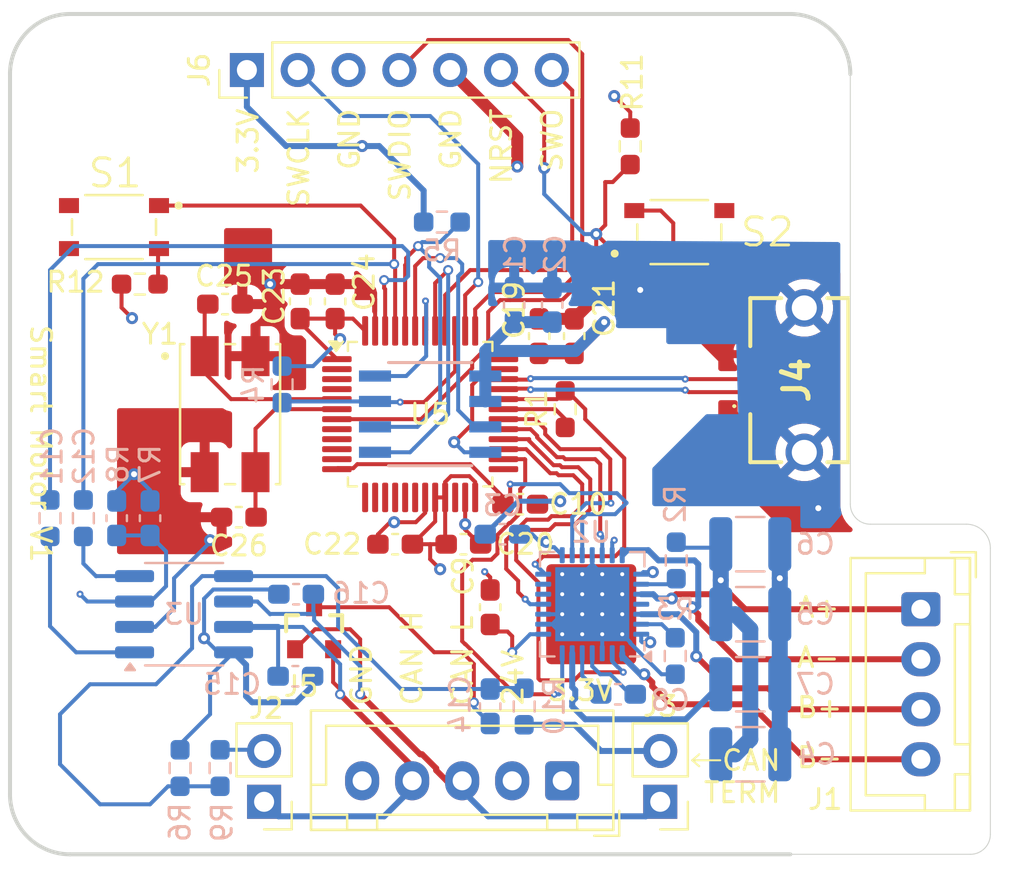
<source format=kicad_pcb>
(kicad_pcb (version 20241229) (generator "pcbnew") (generator_version "9.0")
  (layers (0 "F.Cu" signal) (4 "In1.Cu" power) (6 "In2.Cu" power) (2 "B.Cu" signal) (13 "F.Paste" user) (15 "B.Paste" user) (5 "F.SilkS" user "F.Silkscreen") (7 "B.SilkS" user "B.Silkscreen") (1 "F.Mask" user) (3 "B.Mask" user) (25 "Edge.Cuts" user))
  (net 0 "")
  (net 1 "GND")
  (net 2 "+3.3V")
  (net 3 "+24V")
  (net 4 "Net-(U2-VCP)")
  (net 5 "Net-(U2-CPI)")
  (net 6 "Net-(U2-CPO)")
  (net 7 "Net-(U2-5VOUT)")
  (net 8 "DAC")
  (net 9 "Net-(C14-Pad2)")
  (net 10 "Net-(J2-Pin_2)")
  (net 11 "VRef")
  (net 12 "Net-(J3-Pin_2)")
  (net 13 "CAN_H")
  (net 14 "CAN_L")
  (net 15 "OSC_IN")
  (net 16 "OSC_OUT")
  (net 17 "Net-(U3-D)")
  (net 18 "SWCLK")
  (net 19 "SWDIO")
  (net 20 "SWO")
  (net 21 "NRST")
  (net 22 "USB_D-")
  (net 23 "USB_D+")
  (net 24 "TX")
  (net 25 "RX")
  (net 26 "AS_SCL")
  (net 27 "AS_SDA")
  (net 28 "Net-(U3-R)")
  (net 29 "MCU_CANTX")
  (net 30 "MCU_CANRX")
  (net 31 "Net-(R12-Pad1)")
  (net 38 "AS_OUT")
  (net 39 "AS_DIR")
  (net 40 "AS_PGO")
  (net 41 "DIAG")
  (net 43 "STEP")
  (net 44 "SPREAD")
  (net 45 "DIR")
  (net 48 "ENABLE")
  (net 62 "/OB1")
  (net 63 "/OB2")
  (net 64 "/OA1")
  (net 65 "/OA2")
  (net 66 "/BRA")
  (net 67 "/BRB")
  (footprint "Capacitor_SMD:C_0603_1608Metric_Pad1.08x0.95mm_HandSolder" (layer "F.Cu") (at 130.75 119.5)
    (property "Reference" "C25")
    (property "Value" "33pF")
  )
  (footprint "Capacitor_SMD:C_0603_1608Metric_Pad1.08x0.95mm_HandSolder" (layer "F.Cu") (at 142.6625 131.5)
    (property "Reference" "C20")
    (property "Value" "100nF")
  )
  (footprint "MountingHole:MountingHole_3.2mm_M3" (layer "F.Cu") (at 125.5 141.5)
    (property "Reference" "REF**" (hide yes))
    (property "Value" "MountingHole_3.2mm_M3" (hide yes))
  )
  (footprint "Capacitor_SMD:C_0603_1608Metric_Pad1.08x0.95mm_HandSolder" (layer "F.Cu") (at 131.4375 130.15 180)
    (property "Reference" "C26")
    (property "Value" "33pF")
  )
  (footprint "Capacitor_SMD:C_0603_1608Metric_Pad1.08x0.95mm_HandSolder" (layer "F.Cu") (at 139.25 131.5 180)
    (property "Reference" "C22")
    (property "Value" "100nF" (hide yes))
  )
  (footprint "TL3365AF180QG Push Switch:TL3365AF180QG" (layer "F.Cu") (at 153.4525 115.9)
    (property "Reference" "S2")
    (property "Value" "TL3365AF180QG" (hide yes))
  )
  (footprint "Resistor_SMD:R_0603_1608Metric_Pad0.98x0.95mm_HandSolder" (layer "F.Cu") (at 126.4875 118.5 180)
    (property "Reference" "R12")
    (property "Value" "10K")
  )
  (footprint "Connector_PinHeader_2.54mm:PinHeader_1x02_P2.54mm_Vertical" (layer "F.Cu") (at 132.7 144.375 180)
    (property "Reference" "J2")
    (property "Value" "Conn_01x02_Pin" (hide yes))
  )
  (footprint "TL3365AF180QG Push Switch:TL3365AF180QG" (layer "F.Cu") (at 125.1975 115.65 180)
    (property "Reference" "S1")
    (property "Value" "TL3365AF180QG" (hide yes))
  )
  (footprint "Capacitor_SMD:C_0603_1608Metric_Pad1.08x0.95mm_HandSolder" (layer "F.Cu") (at 146.45 121.1 90)
    (property "Reference" "C19")
    (property "Value" "100nF" (hide yes))
  )
  (footprint "Package_QFP:LQFP-48_7x7mm_P0.5mm" (layer "F.Cu") (at 140.5 125)
    (property "Reference" "U5")
    (property "Value" "STM32G431CBTxZ" (hide yes))
  )
  (footprint "Capacitor_SMD:C_0603_1608Metric_Pad1.08x0.95mm_HandSolder" (layer "F.Cu") (at 145.5 129.5 180)
    (property "Reference" "C10")
    (property "Value" "2.2uF" (hide yes))
  )
  (footprint "Resistor_SMD:R_0603_1608Metric_Pad0.98x0.95mm_HandSolder" (layer "F.Cu") (at 151 111.6125 -90)
    (property "Reference" "R11")
    (property "Value" "10K" (hide yes))
  )
  (footprint "Capacitor_SMD:C_0603_1608Metric_Pad1.08x0.95mm_HandSolder" (layer "F.Cu") (at 134.5 119.3625 90)
    (property "Reference" "C23")
    (property "Value" "100nF")
  )
  (footprint "Capacitor_SMD:C_0603_1608Metric_Pad1.08x0.95mm_HandSolder" (layer "F.Cu") (at 148.2 121.1 90)
    (property "Reference" "C21")
    (property "Value" "100nF" (hide yes))
  )
  (footprint "Capacitor_SMD:C_0603_1608Metric_Pad1.08x0.95mm_HandSolder" (layer "F.Cu") (at 144 134.65 90)
    (property "Reference" "C9")
    (property "Value" "2.2uF" (hide yes))
  )
  (footprint "Connector_JST:JST_XH_B5B-XH-A_1x05_P2.50mm_Vertical" (layer "F.Cu") (at 147.6 143.325 180)
    (property "Reference" "J5")
    (property "Value" "Input Header")
  )
  (footprint "SamacSys_Parts:ZX62WD1B5PC" (layer "F.Cu") (at 159.45 123.3 90)
    (property "Reference" "J4")
    (property "Value" "ZX62WD1-B-5PC" (hide yes))
  )
  (footprint "Connector_PinHeader_2.54mm:PinHeader_1x07_P2.54mm_Vertical" (layer "F.Cu") (at 131.84 107.8 90)
    (property "Reference" "J6")
    (property "Value" "Conn_01x07_Pin" (hide yes))
  )
  (footprint "407F39E008M:XTAL_407F39E008M0000" (layer "F.Cu") (at 131 125)
    (property "Reference" "Y1")
    (property "Value" "407F39E008M0000" (hide yes))
  )
  (footprint "Capacitor_SMD:C_0603_1608Metric_Pad1.08x0.95mm_HandSolder" (layer "F.Cu") (at 136.25 119.3625 90)
    (property "Reference" "C24")
    (property "Value" "100nF")
  )
  (footprint "Connector_JST:JST_XH_B4B-XH-A_1x04_P2.50mm_Vertical" (layer "F.Cu") (at 165.525 134.75 -90)
    (property "Reference" "J1")
    (property "Value" "Motor Output")
  )
  (footprint "Connector_PinHeader_2.54mm:PinHeader_1x02_P2.54mm_Vertical" (layer "F.Cu") (at 152.5 144.375 180)
    (property "Reference" "J3")
    (property "Value" "Conn_01x02_Pin" (hide yes))
  )
  (footprint "PESD1CAN:SOT23-3" (layer "F.Cu") (at 135.2 135.75)
    (property "Reference" "D1" (hide yes))
    (property "Value" "PESD1CAN" (hide yes))
  )
  (footprint "Resistor_SMD:R_0603_1608Metric_Pad0.98x0.95mm_HandSolder" (layer "F.Cu") (at 147.75 124.75 90)
    (property "Reference" "R1")
    (property "Value" "1K" (hide yes))
  )
  (footprint "MountingHole:MountingHole_3.2mm_M3" (layer "F.Cu") (at 156.5 110.5)
    (property "Reference" "REF**" (hide yes))
    (property "Value" "MountingHole_3.2mm_M3" (hide yes))
  )
  (footprint "Resistor_SMD:R_0603_1608Metric_Pad0.98x0.95mm_HandSolder" (layer "B.Cu") (at 153.3 132.3125 -90)
    (property "Reference" "R2")
    (property "Value" "0.11")
  )
  (footprint "Resistor_SMD:R_0603_1608Metric_Pad0.98x0.95mm_HandSolder" (layer "B.Cu") (at 130.5 142.6875 -90)
    (property "Reference" "R9")
    (property "Value" "120")
  )
  (footprint "Package_DFN_QFN:VQFN-28-1EP_5x5mm_P0.5mm_EP3.7x3.7mm_ThermalVias" (layer "B.Cu") (at 149.1 134.5 90)
    (property "Reference" "U2")
    (property "Value" "TMC2209-LA")
  )
  (footprint "Capacitor_SMD:C_1210_3225Metric" (layer "B.Cu") (at 157 138.5 180)
    (property "Reference" "C7")
    (property "Value" "100nF" (hide yes))
  )
  (footprint "Capacitor_SMD:C_1210_3225Metric" (layer "B.Cu") (at 157 131.5)
    (property "Reference" "C6")
    (property "Value" "100nF" (hide yes))
  )
  (footprint "Capacitor_SMD:C_0603_1608Metric_Pad1.08x0.95mm_HandSolder" (layer "B.Cu") (at 134.2625 138.1)
    (property "Reference" "C15")
    (property "Value" "100pF" (hide yes))
  )
  (footprint "Resistor_SMD:R_0603_1608Metric_Pad0.98x0.95mm_HandSolder" (layer "B.Cu") (at 153.25 137.0875 -90)
    (property "Reference" "R3")
    (property "Value" "0.11")
  )
  (footprint "Capacitor_SMD:C_1210_3225Metric" (layer "B.Cu") (at 157 135)
    (property "Reference" "C5")
    (property "Value" "100nF" (hide yes))
  )
  (footprint "Resistor_SMD:R_0603_1608Metric_Pad0.98x0.95mm_HandSolder" (layer "B.Cu") (at 128.5 142.6875 -90)
    (property "Reference" "R6")
    (property "Value" "10K")
  )
  (footprint "AS5600L:AS5600L-ASOM_AMS-M" (layer "B.Cu") (at 141 125 180)
    (property "Reference" "U1" (hide yes))
    (property "Value" "AS5600L-ASOM" (hide yes))
  )
  (footprint "Capacitor_SMD:C_0603_1608Metric_Pad1.08x0.95mm_HandSolder" (layer "B.Cu") (at 125.333333 130.2 -90)
    (property "Reference" "C12")
    (property "Value" "100nF")
  )
  (footprint "Capacitor_SMD:C_0603_1608Metric_Pad1.08x0.95mm_HandSolder" (layer "B.Cu") (at 134.3 134)
    (property "Reference" "C16")
    (property "Value" "100pF" (hide yes))
  )
  (footprint "Capacitor_SMD:C_0603_1608Metric_Pad1.08x0.95mm_HandSolder" (layer "B.Cu") (at 147.1 119.5375 -90)
    (property "Reference" "C2")
    (property "Value" "10uF")
  )
  (footprint "Package_SO:SOIC-8_3.9x4.9mm_P1.27mm" (layer "B.Cu") (at 128.7 135)
    (property "Reference" "U3")
    (property "Value" "SN65HVD230" (hide yes))
  )
  (footprint "Capacitor_SMD:C_0603_1608Metric_Pad1.08x0.95mm_HandSolder" (layer "B.Cu") (at 145.2 119.5375 -90)
    (property "Reference" "C1")
    (property "Value" "100nF")
  )
  (footprint "Capacitor_SMD:C_0603_1608Metric_Pad1.08x0.95mm_HandSolder" (layer "B.Cu") (at 127 130.2 -90)
    (property "Reference" "C11")
    (property "Value" "100nF" (hide yes))
  )
  (footprint "Resistor_SMD:R_0603_1608Metric_Pad0.98x0.95mm_HandSolder" (layer "B.Cu") (at 122 130.2 -90)
    (property "Reference" "R7")
    (property "Value" "60")
  )
  (footprint "Capacitor_SMD:C_0603_1608Metric_Pad1.08x0.95mm_HandSolder" (layer "B.Cu") (at 150.3875 139 180)
    (property "Reference" "C8")
    (property "Value" "22nF" (hide yes))
  )
  (footprint "Capacitor_SMD:C_0603_1608Metric_Pad1.08x0.95mm_HandSolder" (layer "B.Cu") (at 144 139.6 -90)
    (property "Reference" "C14")
    (property "Value" "4.7nF")
  )
  (footprint "Resistor_SMD:R_0603_1608Metric_Pad0.98x0.95mm_HandSolder" (layer "B.Cu") (at 133.6 123.5125 -90)
    (property "Reference" "R4")
    (property "Value" "4.7K")
  )
  (footprint "Capacitor_SMD:C_0603_1608Metric_Pad1.08x0.95mm_HandSolder" (layer "B.Cu") (at 144.6125 131 180)
    (property "Reference" "C3")
    (property "Value" "100nF")
  )
  (footprint "Capacitor_SMD:C_1210_3225Metric" (layer "B.Cu") (at 157 142 180)
    (property "Reference" "C4")
    (property "Value" "100uF" (hide yes))
  )
  (footprint "Resistor_SMD:R_0603_1608Metric_Pad0.98x0.95mm_HandSolder" (layer "B.Cu") (at 141.5875 115.4)
    (property "Reference" "R5")
    (property "Value" "4.7K")
  )
  (footprint "Resistor_SMD:R_0603_1608Metric_Pad0.98x0.95mm_HandSolder" (layer "B.Cu") (at 145.7 139.6125 90)
    (property "Reference" "R10")
    (property "Value" "120")
  )
  (footprint "Resistor_SMD:R_0603_1608Metric_Pad0.98x0.95mm_HandSolder" (layer "B.Cu") (at 123.666667 130.2 -90)
    (property "Reference" "R8")
    (property "Value" "60")
  )
  (gr_line (start 154.1 142.3) (end 154.45 142.6) (stroke (width 0.1)) (layer "F.SilkS"))
  (gr_line (start 154.1 142.3) (end 154.45 142) (stroke (width 0.1)) (layer "F.SilkS"))
  (gr_line (start 155.5 142.3) (end 154.1 142.3) (stroke (width 0.1)) (layer "F.SilkS"))
  (gr_arc (start 120 108) (mid 120.87868 105.87868) (end 123 105) (stroke (width 0.2)) (layer "Edge.Cuts"))
  (gr_arc (start 159 105) (mid 161.12132 105.87868) (end 162 108) (stroke (width 0.2)) (layer "Edge.Cuts"))
  (gr_line (start 159 147) (end 123 147) (stroke (width 0.2)) (layer "Edge.Cuts"))
  (gr_line (start 168 147) (end 159 147) (stroke (width 0.05)) (layer "Edge.Cuts"))
  (gr_line (start 162 108) (end 162 129.5) (stroke (width 0.05)) (layer "Edge.Cuts"))
  (gr_line (start 163 130.5) (end 167.8 130.5) (stroke (width 0.05)) (layer "Edge.Cuts"))
  (gr_arc (start 169 146) (mid 168.707107 146.707107) (end 168 147) (stroke (width 0.05)) (layer "Edge.Cuts"))
  (gr_line (start 120 144) (end 120 108) (stroke (width 0.2)) (layer "Edge.Cuts"))
  (gr_line (start 123 105) (end 159 105) (stroke (width 0.2)) (layer "Edge.Cuts"))
  (gr_arc (start 163 130.5) (mid 162.292893 130.207107) (end 162 129.5) (stroke (width 0.05)) (layer "Edge.Cuts"))
  (gr_arc (start 123 147) (mid 120.87868 146.12132) (end 120 144) (stroke (width 0.2)) (layer "Edge.Cuts"))
  (gr_arc (start 167.8 130.5) (mid 168.648528 130.851472) (end 169 131.7) (stroke (width 0.05)) (layer "Edge.Cuts"))
  (gr_line (start 169 131.7) (end 169 146) (stroke (width 0.05)) (layer "Edge.Cuts"))
  (gr_text "3.3V" (at 132.483333 113.069048 90) (layer "F.SilkS") (effects (font (size 1 1)) (justify left bottom)))
  (gr_text "GND" (at 137.55 112.878572 90) (layer "F.SilkS") (effects (font (size 1 1)) (justify left bottom)))
  (gr_text "NRST" (at 145.15 113.592858 90) (layer "F.SilkS") (effects (font (size 1 1)) (justify left bottom)))
  (gr_text "CAN L" (at 143.2 139.6465 90) (layer "F.SilkS") (effects (font (size 1 1)) (justify left bottom)))
  (gr_text "B-" (at 159.25 142.75 0) (layer "F.SilkS") (effects (font (size 1 1)) (justify left bottom)))
  (gr_text "SWDIO" (at 140.083333 114.45 90) (layer "F.SilkS") (effects (font (size 1 1)) (justify left bottom)))
  (gr_text "GND" (at 142.616666 112.878572 90) (layer "F.SilkS") (effects (font (size 1 1)) (justify left bottom)))
  (gr_text "24V" (at 145.725 139.6465 90) (layer "F.SilkS") (effects (font (size 1 1)) (justify left bottom)))
  (gr_text "B+" (at 159.25 140.25 0) (layer "F.SilkS") (effects (font (size 1 1)) (justify left bottom)))
  (gr_text "CAN H" (at 140.675 139.6465 90) (layer "F.SilkS") (effects (font (size 1 1)) (justify left bottom)))
  (gr_text "Smart Motor V1" (at 120.95 120.45 270) (layer "F.SilkS") (effects (font (size 1 1)) (justify left bottom)))
  (gr_text "A+" (at 159.25 135.25 0) (layer "F.SilkS") (effects (font (size 1 1)) (justify left bottom)))
  (gr_text "CAN\nTERM" (at 158.6 144.5 0) (layer "F.SilkS") (effects (font (size 1 1)) (justify right bottom)))
  (gr_text "3.3V" (at 146.8 139.4 0) (layer "F.SilkS") (effects (font (size 1 1)) (justify left bottom)))
  (gr_text "GND" (at 138.15 139.6465 90) (layer "F.SilkS") (effects (font (size 1 1)) (justify left bottom)))
  (gr_text "SWCLK" (at 135.016666 114.735715 90) (layer "F.SilkS") (effects (font (size 1 1)) (justify left bottom)))
  (gr_text "A-" (at 159.25 137.75 0) (layer "F.SilkS") (effects (font (size 1 1)) (justify left bottom)))
  (gr_text "SWO" (at 147.683333 112.97381 90) (layer "F.SilkS") (effects (font (size 1 1)) (justify left bottom)))
  (segment (start 146.5125 129.35) (end 146.3625 129.5) (width 0.25) (layer "F.Cu") (net 1))
  (segment (start 153.15 115.45) (end 153.15 118.35) (width 0.2) (layer "F.Cu") (net 1))
  (segment (start 138.3875 131.0125) (end 138.3875 131.5) (width 0.2) (layer "F.Cu") (net 1))
  (segment (start 125.575 118.5) (end 125.575 119.675) (width 0.2) (layer "F.Cu") (net 1))
  (segment (start 143.1 123.541176) (end 143.1 125.5) (width 0.2) (layer "F.Cu") (net 1))
  (segment (start 147.5 129.35) (end 146.5125 129.35) (width 0.25) (layer "F.Cu") (net 1))
  (segment (start 125.575 119.675) (end 126.1 120.2) (width 0.2) (layer "F.Cu") (net 1))
  (segment (start 144 133.15) (end 144 133.7875) (width 0.2) (layer "F.Cu") (net 1))
  (segment (start 142.75 130.775) (end 143.475 131.5) (width 0.2) (layer "F.Cu") (net 1))
  (segment (start 152.708129 118.791871) (end 151.5 118.791871) (width 0.2) (layer "F.Cu") (net 1))
  (segment (start 138.25 119.25) (end 137.5 118.5) (width 0.2) (layer "F.Cu") (net 1))
  (segment (start 144.6625 122.75) (end 143.891176 122.75) (width 0.2) (layer "F.Cu") (net 1))
  (segment (start 139.2 130.4) (end 140.283824 130.4) (width 0.2) (layer "F.Cu") (net 1))
  (segment (start 151.2025 114.825) (end 152.525 114.825) (width 0.2) (layer "F.Cu") (net 1))
  (segment (start 143.891176 122.75) (end 143.1 123.541176) (width 0.2) (layer "F.Cu") (net 1))
  (segment (start 152.525 114.825) (end 153.15 115.45) (width 0.2) (layer "F.Cu") (net 1))
  (segment (start 142.75 130.5) (end 142.75 129.1625) (width 0.2) (layer "F.Cu") (net 1))
  (segment (start 145.3525 111.1525) (end 142 107.8) (width 0.6) (layer "F.Cu") (net 1))
  (segment (start 146.45 120.2375) (end 148.2 120.2375) (width 0.6) (layer "F.Cu") (net 1))
  (segment (start 140.283824 130.4) (end 140.75 129.933824) (width 0.2) (layer "F.Cu") (net 1))
  (segment (start 145.3525 112.625) (end 145.3525 111.1525) (width 0.6) (layer "F.Cu") (net 1))
  (segment (start 148.2 120.2375) (end 149.645629 118.791871) (width 0.6) (layer "F.Cu") (net 1))
  (segment (start 153.15 118.35) (end 152.708129 118.791871) (width 0.2) (layer "F.Cu") (net 1))
  (segment (start 143.725 132.875) (end 144 133.15) (width 0.2) (layer "F.Cu") (net 1))
  (segment (start 138.25 120.8375) (end 138.25 119.25) (width 0.2) (layer "F.Cu") (net 1))
  (segment (start 140.75 129.933824) (end 140.75 129.1625) (width 0.2) (layer "F.Cu") (net 1))
  (segment (start 139 130.4) (end 138.3875 131.0125) (width 0.2) (layer "F.Cu") (net 1))
  (segment (start 142.75 130.5) (end 142.75 130.775) (width 0.2) (layer "F.Cu") (net 1))
  (segment (start 143.1 125.5) (end 142.2 126.4) (width 0.2) (layer "F.Cu") (net 1))
  (segment (start 149.645629 118.791871) (end 151.5 118.791871) (width 0.6) (layer "F.Cu") (net 1))
  (segment (start 144.2 134.1375) (end 144.2 133.5) (width 0.2) (layer "F.Cu") (net 1))
  (segment (start 137.5 118.5) (end 136.25 118.5) (width 0.2) (layer "F.Cu") (net 1))
  (segment (start 139.2 130.4) (end 139 130.4) (width 0.2) (layer "F.Cu") (net 1))
  (via (at 142.2 126.4) (size 0.6) (drill 0.3) (layers "F.Cu" "B.Cu") (net 1))
  (via (at 133 118.5) (size 0.6) (drill 0.3) (layers "F.Cu" "B.Cu") (net 1))
  (via (at 151.5 118.791871) (size 0.5) (drill 0.3) (layers "F.Cu" "B.Cu") (net 1))
  (via (at 139.2 130.4) (size 0.6) (drill 0.3) (layers "F.Cu" "B.Cu") (net 1))
  (via (at 130 131.3) (size 0.6) (drill 0.3) (layers "F.Cu" "B.Cu") (net 1))
  (via (at 126.1 120.2) (size 0.6) (drill 0.3) (layers "F.Cu" "B.Cu") (net 1))
  (via (at 143.725 132.875) (size 0.35) (drill 0.15) (layers "F.Cu" "B.Cu") (net 1))
  (via (at 147.5 129.35) (size 0.6) (drill 0.3) (layers "F.Cu" "B.Cu") (net 1))
  (via (at 129.7 136.2) (size 0.6) (drill 0.3) (layers "F.Cu" "B.Cu") (net 1))
  (via (at 145.3525 112.625) (size 0.6) (drill 0.3) (layers "F.Cu" "B.Cu") (net 1))
  (via (at 155.525 133.3) (size 0.6) (drill 0.3) (layers "F.Cu" "B.Cu") (net 1))
  (via (at 126.2 128) (size 0.6) (drill 0.3) (layers "F.Cu" "B.Cu") (net 1))
  (via (at 142.75 130.5) (size 0.6) (drill 0.3) (layers "F.Cu" "B.Cu") (net 1))
  (via (at 160.4 129.7) (size 0.6) (drill 0.3) (layers "F.Cu" "B.Cu") (net 1))
  (segment (start 128.5 141.775) (end 128.5 141.5) (width 0.2) (layer "B.Cu") (net 1))
  (segment (start 133.2015 133.764) (end 130.159032 133.764) (width 0.2) (layer "B.Cu") (net 1))
  (segment (start 130 140) (end 130 138.08) (width 0.2) (layer "B.Cu") (net 1))
  (segment (start 130 131.4) (end 128.2 133.2) (width 0.2) (layer "B.Cu") (net 1))
  (segment (start 147.1 135.5) (end 147.6 136) (width 0.2) (layer "B.Cu") (net 1))
  (segment (start 155.35 131.675) (end 155.525 131.5) (width 0.2) (layer "B.Cu") (net 1))
  (segment (start 128.5 141.5) (end 130 140) (width 0.2) (layer "B.Cu") (net 1))
  (segment (start 157 135.75) (end 157 141.25) (width 0.8) (layer "B.Cu") (net 1))
  (segment (start 145.4 129.35) (end 143.75 131) (width 0.25) (layer "B.Cu") (net 1))
  (segment (start 128.2 134.7) (end 127.265 135.635) (width 0.2) (layer "B.Cu") (net 1))
  (segment (start 153.25 138) (end 152.562189 138) (width 0.2) (layer "B.Cu") (net 1))
  (segment (start 129.7 134.223032) (end 129.7 136.2) (width 0.2) (layer "B.Cu") (net 1))
  (segment (start 127 128.8) (end 126.2 128) (width 0.2) (layer "B.Cu") (net 1))
  (segment (start 151 136.4) (end 150.6 136) (width 0.2) (layer "B.Cu") (net 1))
  (segment (start 156.25 142) (end 155.525 142) (width 0.8) (layer "B.Cu") (net 1))
  (segment (start 143.7573 126.905) (end 142.705 126.905) (width 0.2) (layer "B.Cu") (net 1))
  (segment (start 155.525 133.3) (end 155.525 135) (width 0.8) (layer "B.Cu") (net 1))
  (segment (start 146.65 135) (end 147.6 135) (width 0.2) (layer "B.Cu") (net 1))
  (segment (start 157 141.25) (end 156.25 142) (width 0.8) (layer "B.Cu") (net 1))
  (segment (start 153.25 131.675) (end 155.35 131.675) (width 0.2) (layer "B.Cu") (net 1))
  (segment (start 132.1 139.4) (end 131.8 139.1) (width 0.3) (layer "B.Cu") (net 1))
  (segment (start 135.125 138.575) (end 134.3 139.4) (width 0.3) (layer "B.Cu") (net 1))
  (segment (start 147.5 129.35) (end 145.4 129.35) (width 0.25) (layer "B.Cu") (net 1))
  (segment (start 130.405 136.905) (end 131.175 136.905) (width 0.2) (layer "B.Cu") (net 1))
  (segment (start 155.525 131.5) (end 155.525 133.3) (width 0.8) (layer "B.Cu") (net 1))
  (segment (start 152.562189 138) (end 151 136.437811) (width 0.2) (layer "B.Cu") (net 1))
  (segment (start 130 138.08) (end 131.175 136.905) (width 0.2) (layer "B.Cu") (net 1))
  (segment (start 131.8 139.1) (end 131.8 137.53) (width 0.3) (layer "B.Cu") (net 1))
  (segment (start 149.1 132.5) (end 149.1 132.05) (width 0.2) (layer "B.Cu") (net 1))
  (segment (start 125.333333 129.3375) (end 125.333333 128.866667) (width 0.2) (layer "B.Cu") (net 1))
  (segment (start 149.6 136.95) (end 149.6 136) (width 0.2) (layer "B.Cu") (net 1))
  (segment (start 146.65 135.5) (end 147.1 135.5) (width 0.2) (layer "B.Cu") (net 1))
  (segment (start 142.705 126.905) (end 142.2 126.4) (width 0.2) (layer "B.Cu") (net 1))
  (segment (start 125.333333 128.866667) (end 126.2 128) (width 0.2) (layer "B.Cu") (net 1))
  (segment (start 131.8 137.53) (end 131.175 136.905) (width 0.3) (layer "B.Cu") (net 1))
  (segment (start 129.7 136.2) (end 130.405 136.905) (width 0.2) (layer "B.Cu") (net 1))
  (segment (start 130.159032 133.764) (end 129.7 134.223032) (width 0.2) (layer "B.Cu") (net 1))
  (segment (start 148.6 133) (end 149.1 132.5) (width 0.2) (layer "B.Cu") (net 1))
  (segment (start 135.125 138.1) (end 135.125 138.575) (width 0.3) (layer "B.Cu") (net 1))
  (segment (start 130 131.3) (end 130 131.4) (width 0.2) (layer "B.Cu") (net 1))
  (segment (start 127 129.3375) (end 127 128.8) (width 0.2) (layer "B.Cu") (net 1))
  (segment (start 134.3 139.4) (end 132.1 139.4) (width 0.3) (layer "B.Cu") (net 1))
  (segment (start 127.265 135.635) (end 126.225 135.635) (width 0.2) (layer "B.Cu") (net 1))
  (segment (start 151 136.437811) (end 151 136.4) (width 0.2) (layer "B.Cu") (net 1))
  (segment (start 149.1 132.5) (end 149.6 133) (width 0.2) (layer "B.Cu") (net 1))
  (segment (start 156.25 135) (end 157 135.75) (width 0.8) (layer "B.Cu") (net 1))
  (segment (start 128.2 133.2) (end 128.2 134.7) (width 0.2) (layer "B.Cu") (net 1))
  (segment (start 155.525 135) (end 156.25 135) (width 0.8) (layer "B.Cu") (net 1))
  (segment (start 147.1 135.5) (end 147.6 135) (width 0.2) (layer "B.Cu") (net 1))
  (segment (start 133.4375 134) (end 133.2015 133.764) (width 0.2) (layer "B.Cu") (net 1))
  (segment (start 146.45 121.9625) (end 144.95 121.9625) (width 0.2) (layer "F.Cu") (net 2))
  (segment (start 142.041176 128.1) (end 141.75 128.391176) (width 0.2) (layer "F.Cu") (net 2))
  (segment (start 142.958824 128.1) (end 142.041176 128.1) (width 0.2) (layer "F.Cu") (net 2))
  (segment (start 144.95 121.9625) (end 144.6625 122.25) (width 0.2) (layer "F.Cu") (net 2))
  (segment (start 140.6125 131.5) (end 141.5 131.5) (width 0.2) (layer "F.Cu") (net 2))
  (segment (start 136.25 120.225) (end 136.25 121) (width 0.2) (layer "F.Cu") (net 2))
  (segment (start 148.2 121.9) (end 149.7 120.4) (width 0.6) (layer "F.Cu") (net 2))
  (segment (start 146.45 121.9625) (end 148.2 121.9625) (width 0.6) (layer "F.Cu") (net 2))
  (segment (start 140.1125 131.5) (end 140.25 131.5) (width 0.2) (layer "F.Cu") (net 2))
  (segment (start 136.25 120.225) (end 137.1375 120.225) (width 0.2) (layer "F.Cu") (net 2))
  (segment (start 143.25 129.1625) (end 143.25 128.391176) (width 0.2) (layer "F.Cu") (net 2))
  (segment (start 134.5 120.225) (end 134.5 120.4125) (width 0.2) (layer "F.Cu") (net 2))
  (segment (start 141 131.5) (end 141 132.25) (width 0.2) (layer "F.Cu") (net 2))
  (segment (start 134.5 120.4125) (end 136.3375 122.25) (width 0.2) (layer "F.Cu") (net 2))
  (segment (start 141.75 129.1625) (end 141.25 129.1625) (width 0.2) (layer "F.Cu") (net 2))
  (segment (start 134.5 120.225) (end 136.25 120.225) (width 0.2) (layer "F.Cu") (net 2))
  (segment (start 151 109.9) (end 150.2 109.1) (width 0.2) (layer "F.Cu") (net 2))
  (segment (start 143.25 128.391176) (end 142.958824 128.1) (width 0.2) (layer "F.Cu") (net 2))
  (segment (start 141.75 131.5) (end 141.75 129.1625) (width 0.2) (layer "F.Cu") (net 2))
  (segment (start 137.1375 120.225) (end 137.75 120.8375) (width 0.2) (layer "F.Cu") (net 2))
  (segment (start 151 110.7) (end 151 109.9) (width 0.2) (layer "F.Cu") (net 2))
  (segment (start 141.25 130.3625) (end 141.25 129.1625) (width 0.2) (layer "F.Cu") (net 2))
  (segment (start 136.25 121) (end 136.5 121.25) (width 0.2) (layer "F.Cu") (net 2))
  (segment (start 141.75 128.391176) (end 141.75 129.1625) (width 0.2) (layer "F.Cu") (net 2))
  (segment (start 148.2 121.9625) (end 148.2 121.9) (width 0.6) (layer "F.Cu") (net 2))
  (segment (start 141 132.25) (end 141.5 132.75) (width 0.2) (layer "F.Cu") (net 2))
  (segment (start 140.1125 131.5) (end 141.25 130.3625) (width 0.2) (layer "F.Cu") (net 2))
  (via (at 146.8 131.38355) (size 0.6) (drill 0.3) (layers "F.Cu" "B.Cu") (net 2))
  (via (at 150.2 131.3) (size 0.35) (drill 0.15) (layers "F.Cu" "B.Cu") (net 2))
  (via (at 123.5 134) (size 0.35) (drill 0.15) (layers "F.Cu" "B.Cu") (net 2))
  (via (at 149.7 120.4) (size 0.6) (drill 0.3) (layers "F.Cu" "B.Cu") (net 2))
  (via (at 136.5 121.25) (size 0.6) (drill 0.3) (layers "F.Cu" "B.Cu") (net 2))
  (via (at 150.2 109.1) (size 0.6) (drill 0.3) (layers "F.Cu" "B.Cu") (net 2))
  (via (at 141.5 132.75) (size 0.6) (drill 0.3) (layers "F.Cu" "B.Cu") (net 2))
  (via (at 137.6 111.6) (size 0.6) (drill 0.3) (layers "F.Cu" "B.Cu") (net 2))
  (segment (start 146.6 131.5) (end 146.1 131) (width 0.2) (layer "B.Cu") (net 2))
  (segment (start 146.8 131.38355) (end 147.06645 131.65) (width 0.2) (layer "B.Cu") (net 2))
  (segment (start 127 131.0625) (end 125.333333 131.0625) (width 0.2) (layer "B.Cu") (net 2))
  (segment (start 147.2 131.65) (end 147.6 132.05) (width 0.2) (layer "B.Cu") (net 2))
  (segment (start 146.8 131.38355) (end 146.68355 131.5) (width 0.2) (layer "B.Cu") (net 2))
  (segment (start 143.7573 121.8427) (end 148.2573 121.8427) (width 0.6) (layer "B.Cu") (net 2))
  (segment (start 127.8 131.8625) (end 127 131.0625) (width 0.2) (layer "B.Cu") (net 2))
  (segment (start 127.035 134.365) (end 127.8 133.6) (width 0.2) (layer "B.Cu") (net 2))
  (segment (start 131.84 109.64) (end 131.84 107.8) (width 0.3) (layer "B.Cu") (net 2))
  (segment (start 126.225 134.365) (end 127.035 134.365) (width 0.2) (layer "B.Cu") (net 2))
  (segment (start 147.1 120.4) (end 145.2 120.4) (width 0.6) (layer "B.Cu") (net 2))
  (segment (start 143.7573 121.8427) (end 143.7573 123.095) (width 0.6) (layer "B.Cu") (net 2))
  (segment (start 133.8 111.6) (end 131.84 109.64) (width 0.3) (layer "B.Cu") (net 2))
  (segment (start 138.45 111.6) (end 137.6 111.6) (width 0.3) (layer "B.Cu") (net 2))
  (segment (start 136.5 121.25) (end 135.15 122.6) (width 0.2) (layer "B.Cu") (net 2))
  (segment (start 126.225 134.365) (end 123.865 134.365) (width 0.2) (layer "B.Cu") (net 2))
  (segment (start 148.2573 121.8427) (end 149.7 120.4) (width 0.6) (layer "B.Cu") (net 2))
  (segment (start 147.06645 131.65) (end 147.2 131.65) (width 0.2) (layer "B.Cu") (net 2))
  (segment (start 146.1 131) (end 145.475 131) (width 0.2) (layer "B.Cu") (net 2))
  (segment (start 137.6 111.6) (end 133.8 111.6) (width 0.3) (layer "B.Cu") (net 2))
  (segment (start 146.68355 131.5) (end 146.6 131.5) (width 0.2) (layer "B.Cu") (net 2))
  (segment (start 140.675 115.4) (end 140.675 113.825) (width 0.3) (layer "B.Cu") (net 2))
  (segment (start 143.7573 123.095) (end 143.7573 124.365) (width 0.6) (layer "B.Cu") (net 2))
  (segment (start 145.2 120.4) (end 143.7573 121.8427) (width 0.6) (layer "B.Cu") (net 2))
  (segment (start 140.675 113.825) (end 138.45 111.6) (width 0.3) (layer "B.Cu") (net 2))
  (segment (start 127.8 133.6) (end 127.8 131.8625) (width 0.2) (layer "B.Cu") (net 2))
  (segment (start 150.1 131.4) (end 150.2 131.3) (width 0.2) (layer "B.Cu") (net 2))
  (segment (start 150.1 132.05) (end 150.1 131.4) (width 0.2) (layer "B.Cu") (net 2))
  (segment (start 123.865 134.365) (end 123.5 134) (width 0.2) (layer "B.Cu") (net 2))
  (segment (start 135.15 122.6) (end 133.6 122.6) (width 0.2) (layer "B.Cu") (net 2))
  (via (at 158.475 133.2) (size 0.6) (drill 0.3) (layers "F.Cu" "B.Cu") (net 3))
  (via (at 152 136.4) (size 0.6) (drill 0.3) (layers "F.Cu" "B.Cu") (net 3))
  (via (at 152.128738 132.89476) (size 0.6) (drill 0.3) (layers "F.Cu" "B.Cu") (net 3))
  (segment (start 151.6 136.4) (end 151.55 136.35) (width 0.2) (layer "B.Cu") (net 3))
  (segment (start 152 136.4) (end 151.6 136.4) (width 0.2) (layer "B.Cu") (net 3))
  (segment (start 151.55 136.35) (end 151.55 136) (width 0.2) (layer "B.Cu") (net 3))
  (segment (start 158.475 133.2) (end 158.475 131.5) (width 0.8) (layer "B.Cu") (net 3))
  (segment (start 158.475 142) (end 158.475 138.5) (width 0.8) (layer "B.Cu") (net 3))
  (segment (start 151.65524 132.89476) (end 151.55 133) (width 0.2) (layer "B.Cu") (net 3))
  (segment (start 152.128738 132.89476) (end 151.65524 132.89476) (width 0.2) (layer "B.Cu") (net 3))
  (segment (start 158.475 138.5) (end 158.475 135) (width 0.8) (layer "B.Cu") (net 3))
  (segment (start 158.475 135) (end 158.475 133.2) (width 0.8) (layer "B.Cu") (net 3))
  (segment (start 155.5 137.8) (end 155.95 138.25) (width 0.2) (layer "B.Cu") (net 4))
  (segment (start 148.75 140.25) (end 153.775 140.25) (width 0.3) (layer "B.Cu") (net 4))
  (segment (start 148.251 139.207521) (end 148.1 139.358521) (width 0.3) (layer "B.Cu") (net 4))
  (segment (start 148.1 139.358521) (end 148.1 139.6) (width 0.3) (layer "B.Cu") (net 4))
  (segment (start 148.1 136.95) (end 148.1 138.641479) (width 0.3) (layer "B.Cu") (net 4))
  (segment (start 148.251 138.792479) (end 148.251 139.207521) (width 0.3) (layer "B.Cu") (net 4))
  (segment (start 153.775 140.25) (end 155.525 138.5) (width 0.3) (layer "B.Cu") (net 4))
  (segment (start 148.1 139.6) (end 148.75 140.25) (width 0.3) (layer "B.Cu") (net 4))
  (segment (start 148.1 138.641479) (end 148.251 138.792479) (width 0.3) (layer "B.Cu") (net 4))
  (segment (start 148.6 136.95) (end 148.6 138.075) (width 0.2) (layer "B.Cu") (net 5))
  (segment (start 148.6 138.075) (end 149.525 139) (width 0.2) (layer "B.Cu") (net 5))
  (segment (start 151 139) (end 151.25 139) (width 0.2) (layer "B.Cu") (net 6))
  (segment (start 149.1 137.6) (end 149.5 138) (width 0.2) (layer "B.Cu") (net 6))
  (segment (start 150 138) (end 151 139) (width 0.2) (layer "B.Cu") (net 6))
  (segment (start 149.5 138) (end 150 138) (width 0.2) (layer "B.Cu") (net 6))
  (segment (start 149.1 136.95) (end 149.1 137.6) (width 0.2) (layer "B.Cu") (net 6))
  (segment (start 145.1 136.9) (end 145.1 136.1) (width 0.2) (layer "F.Cu") (net 7))
  (segment (start 145.15 136.9) (end 145.1 136.9) (width 0.3) (layer "F.Cu") (net 7))
  (segment (start 144.8625 135.8625) (end 144.2 135.8625) (width 0.2) (layer "F.Cu") (net 7))
  (segment (start 145.1 136.1) (end 144.8625 135.8625) (width 0.2) (layer "F.Cu") (net 7))
  (via (at 145.1 136.9) (size 0.5) (drill 0.3) (layers "F.Cu" "B.Cu") (net 7))
  (segment (start 145.1 136.9) (end 146 136) (width 0.2) (layer "B.Cu") (net 7))
  (segment (start 146 136) (end 146.65 136) (width 0.2) (layer "B.Cu") (net 7))
  (segment (start 137.157824 127.701) (end 136.3865 127.701) (width 0.2) (layer "F.Cu") (net 8))
  (segment (start 144.6375 129.1375) (end 143 127.5) (width 0.2) (layer "F.Cu") (net 8))
  (segment (start 145 129.1375) (end 144.6375 129.5) (width 0.2) (layer "F.Cu") (net 8))
  (segment (start 145 128.5) (end 145 129.1375) (width 0.2) (layer "F.Cu") (net 8))
  (segment (start 137.358824 127.5) (end 137.157824 127.701) (width 0.2) (layer "F.Cu") (net 8))
  (segment (start 144.6375 129.5) (end 144.6375 129.1375) (width 0.2) (layer "F.Cu") (net 8))
  (segment (start 136.3865 127.701) (end 136.3375 127.75) (width 0.2) (layer "F.Cu") (net 8))
  (segment (start 143 127.5) (end 137.358824 127.5) (width 0.2) (layer "F.Cu") (net 8))
  (via (at 145 128.5) (size 0.35) (drill 0.15) (layers "F.Cu" "B.Cu") (net 8))
  (segment (start 148.53355 130.28355) (end 148.6 130.35) (width 0.2) (layer "B.Cu") (net 8))
  (segment (start 145 128.5) (end 147.5 128.5) (width 0.2) (layer "B.Cu") (net 8))
  (segment (start 150.332228 128.949456) (end 150.816386 129.433614) (width 0.2) (layer "B.Cu") (net 8))
  (segment (start 150.816386 129.433614) (end 150.25 130) (width 0.2) (layer "B.Cu") (net 8))
  (segment (start 150.25 130) (end 148.8171 130) (width 0.2) (layer "B.Cu") (net 8))
  (segment (start 148.8171 130) (end 148.53355 130.28355) (width 0.2) (layer "B.Cu") (net 8))
  (segment (start 147.5 128.5) (end 147.949456 128.949456) (width 0.2) (layer "B.Cu") (net 8))
  (segment (start 148.6 130.35) (end 148.6 132.05) (width 0.2) (layer "B.Cu") (net 8))
  (segment (start 147.949456 128.949456) (end 150.332228 128.949456) (width 0.2) (layer "B.Cu") (net 8))
  (segment (start 143.183619 137.483619) (end 142.6 136.9) (width 0.2) (layer "F.Cu") (net 9))
  (segment (start 138.95 134.65) (end 135.2 134.65) (width 0.2) (layer "F.Cu") (net 9))
  (segment (start 142.6 136.9) (end 141.2 136.9) (width 0.2) (layer "F.Cu") (net 9))
  (segment (start 143.183619 139.408613) (end 143.183619 137.483619) (width 0.2) (layer "F.Cu") (net 9))
  (segment (start 141.2 136.9) (end 138.95 134.65) (width 0.2) (layer "F.Cu") (net 9))
  (via (at 143.183619 139.408613) (size 0.5) (drill 0.3) (layers "F.Cu" "B.Cu") (net 9))
  (segment (start 143.183619 139.646119) (end 144 140.4625) (width 0.2) (layer "B.Cu") (net 9))
  (segment (start 143.183619 139.408613) (end 143.183619 139.646119) (width 0.2) (layer "B.Cu") (net 9))
  (segment (start 132.64 141.775) (end 132.7 141.835) (width 0.2) (layer "B.Cu") (net 10))
  (segment (start 130.5 141.775) (end 132.64 141.775) (width 0.2) (layer "B.Cu") (net 10))
  (segment (start 129.1 136.7) (end 129.1 133.6) (width 0.2) (layer "B.Cu") (net 11))
  (segment (start 139.5375 138.7375) (end 144 138.7375) (width 0.2) (layer "B.Cu") (net 11))
  (segment (start 124 138.5) (end 127.3 138.5) (width 0.2) (layer "B.Cu") (net 11))
  (segment (start 136.4 133.695) (end 135.8 133.095) (width 0.2) (layer "B.Cu") (net 11))
  (segment (start 145.6625 138.7375) (end 145.7 138.7) (width 0.3) (layer "B.Cu") (net 11))
  (segment (start 144 138.7375) (end 145.6625 138.7375) (width 0.3) (layer "B.Cu") (net 11))
  (segment (start 128.5 143.6) (end 127.9 143.6) (width 0.2) (layer "B.Cu") (net 11))
  (segment (start 136.4 135.6) (end 139.5375 138.7375) (width 0.2) (layer "B.Cu") (net 11))
  (segment (start 122.5 140) (end 124 138.5) (width 0.2) (layer "B.Cu") (net 11))
  (segment (start 129.1 133.6) (end 129.605 133.095) (width 0.2) (layer "B.Cu") (net 11))
  (segment (start 127 144.5) (end 124.5 144.5) (width 0.2) (layer "B.Cu") (net 11))
  (segment (start 129.605 133.095) (end 131.175 133.095) (width 0.2) (layer "B.Cu") (net 11))
  (segment (start 124.5 144.5) (end 122.5 142.5) (width 0.2) (layer "B.Cu") (net 11))
  (segment (start 131.175 133.095) (end 135.8 133.095) (width 0.2) (layer "B.Cu") (net 11))
  (segment (start 127.3 138.5) (end 129.1 136.7) (width 0.2) (layer "B.Cu") (net 11))
  (segment (start 136.4 135.6) (end 136.4 133.695) (width 0.2) (layer "B.Cu") (net 11))
  (segment (start 127.9 143.6) (end 127 144.5) (width 0.2) (layer "B.Cu") (net 11))
  (segment (start 128.5 143.6) (end 130.5 143.6) (width 0.2) (layer "B.Cu") (net 11))
  (segment (start 122.5 142.5) (end 122.5 140) (width 0.2) (layer "B.Cu") (net 11))
  (segment (start 145.7 140.525) (end 148.225 140.525) (width 0.3) (layer "B.Cu") (net 12))
  (segment (start 148.225 140.525) (end 149.535 141.835) (width 0.3) (layer "B.Cu") (net 12))
  (segment (start 149.535 141.835) (end 152.5 141.835) (width 0.3) (layer "B.Cu") (net 12))
  (segment (start 140.1 142.6) (end 136.5 139) (width 0.3) (layer "F.Cu") (net 13))
  (segment (start 140.1 143.325) (end 140.1 142.6) (width 0.3) (layer "F.Cu") (net 13))
  (segment (start 136.5 139) (end 136.5 138.75) (width 0.2) (layer "F.Cu") (net 13))
  (segment (start 136.5 138.75) (end 136.15 138.4) (width 0.2) (layer "F.Cu") (net 13))
  (segment (start 136.15 138.4) (end 136.15 136.75) (width 0.2) (layer "F.Cu") (net 13))
  (via (at 136.5 139) (size 0.5) (drill 0.3) (layers "F.Cu" "B.Cu") (net 13))
  (segment (start 140.1 143.7) (end 140.1 143.325) (width 0.3) (layer "B.Cu") (net 13))
  (segment (start 133.4 138.1) (end 133.4 135.635) (width 0.2) (layer "B.Cu") (net 13))
  (segment (start 132.7 144.375) (end 133.425 145.1) (width 0.3) (layer "B.Cu") (net 13))
  (segment (start 136.5 137.5) (end 134.635 135.635) (width 0.2) (layer "B.Cu") (net 13))
  (segment (start 134.635 135.635) (end 133.4 135.635) (width 0.2) (layer "B.Cu") (net 13))
  (segment (start 138.7 145.1) (end 140.1 143.7) (width 0.3) (layer "B.Cu") (net 13))
  (segment (start 136.5 139) (end 136.5 137.5) (width 0.2) (layer "B.Cu") (net 13))
  (segment (start 133.425 145.1) (end 138.7 145.1) (width 0.3) (layer "B.Cu") (net 13))
  (segment (start 133.4 135.635) (end 131.175 135.635) (width 0.3) (layer "B.Cu") (net 13))
  (segment (start 137.5 139) (end 137.5 136.25) (width 0.2) (layer "F.Cu") (net 14))
  (segment (start 140.499 141.999) (end 137.5 139) (width 0.3) (layer "F.Cu") (net 14))
  (segment (start 137.5 136.25) (end 137 135.75) (width 0.2) (layer "F.Cu") (net 14))
  (segment (start 140.59747 141.999) (end 140.499 141.999) (width 0.3) (layer "F.Cu") (net 14))
  (segment (start 141.825 143.325) (end 141.301 142.801) (width 0.3) (layer "F.Cu") (net 14))
  (segment (start 142.6 143.325) (end 141.825 143.325) (width 0.3) (layer "F.Cu") (net 14))
  (segment (start 135.25 135.75) (end 134.25 136.75) (width 0.2) (layer "F.Cu") (net 14))
  (segment (start 141.301 142.70253) (end 140.59747 141.999) (width 0.3) (layer "F.Cu") (net 14))
  (segment (start 141.301 142.801) (end 141.301 142.70253) (width 0.3) (layer "F.Cu") (net 14))
  (segment (start 137 135.75) (end 135.25 135.75) (width 0.2) (layer "F.Cu") (net 14))
  (via (at 137.5 139) (size 0.5) (drill 0.3) (layers "F.Cu" "B.Cu") (net 14))
  (segment (start 142.6 143.325) (end 142.6 143.8) (width 0.3) (layer "B.Cu") (net 14))
  (segment (start 131.175 134.365) (end 132.365 134.365) (width 0.2) (layer "B.Cu") (net 14))
  (segment (start 133 135) (end 133.016 134.984) (width 0.2) (layer "B.Cu") (net 14))
  (segment (start 135.2 135.3) (end 137.5 137.6) (width 0.2) (layer "B.Cu") (net 14))
  (segment (start 137.5 139) (end 137.5 137.6) (width 0.2) (layer "B.Cu") (net 14))
  (segment (start 142.6 143.8) (end 143.9 145.1) (width 0.3) (layer "B.Cu") (net 14))
  (segment (start 135.1625 134.9465) (end 135.2 134.984) (width 0.2) (layer "B.Cu") (net 14))
  (segment (start 151.775 145.1) (end 152.5 144.375) (width 0.3) (layer "B.Cu") (net 14))
  (segment (start 143.9 145.1) (end 151.775 145.1) (width 0.3) (layer "B.Cu") (net 14))
  (segment (start 135.1625 134) (end 135.1625 134.9465) (width 0.2) (layer "B.Cu") (net 14))
  (segment (start 132.365 134.365) (end 133 135) (width 0.2) (layer "B.Cu") (net 14))
  (segment (start 133.016 134.984) (end 135.2 134.984) (width 0.2) (layer "B.Cu") (net 14))
  (segment (start 135.2 135.3) (end 135.2 134.984) (width 0.2) (layer "B.Cu") (net 14))
  (segment (start 129.73 122.1) (end 129.73 119.6575) (width 0.2) (layer "F.Cu") (net 15))
  (segment (start 129.73 122.93) (end 131.05 124.25) (width 0.2) (layer "F.Cu") (net 15))
  (segment (start 131.05 124.25) (end 136.3375 124.25) (width 0.2) (layer "F.Cu") (net 15))
  (segment (start 129.73 122.1) (end 129.73 122.93) (width 0.2) (layer "F.Cu") (net 15))
  (segment (start 129.73 119.6575) (end 129.8875 119.5) (width 0.2) (layer "F.Cu") (net 15))
  (segment (start 132.27 125.73) (end 133.25 124.75) (width 0.2) (layer "F.Cu") (net 16))
  (segment (start 132.27 130.12) (end 132.3 130.15) (width 0.2) (layer "F.Cu") (net 16))
  (segment (start 132.27 127.9) (end 132.27 130.12) (width 0.2) (layer "F.Cu") (net 16))
  (segment (start 133.25 124.75) (end 136.3375 124.75) (width 0.2) (layer "F.Cu") (net 16))
  (segment (start 132.27 127.9) (end 132.27 125.73) (width 0.2) (layer "F.Cu") (net 16))
  (segment (start 126.225 136.905) (end 123.305 136.905) (width 0.2) (layer "B.Cu") (net 17))
  (segment (start 122 135.6) (end 122 131.1125) (width 0.2) (layer "B.Cu") (net 17))
  (segment (start 123.305 136.905) (end 122 135.6) (width 0.2) (layer "B.Cu") (net 17))
  (segment (start 142.75 119.05) (end 143.4 118.4) (width 0.2) (layer "F.Cu") (net 18))
  (segment (start 142.75 120.8375) (end 142.75 119.05) (width 0.2) (layer "F.Cu") (net 18))
  (via (at 143.4 118.4) (size 0.5) (drill 0.3) (layers "F.Cu" "B.Cu") (net 18))
  (segment (start 143.4 118.4) (end 143.4 112.5) (width 0.2) (layer "B.Cu") (net 18))
  (segment (start 143.4 112.5) (end 141 110.1) (width 0.2) (layer "B.Cu") (net 18))
  (segment (start 141 110.1) (end 136.68 110.1) (width 0.2) (layer "B.Cu") (net 18))
  (segment (start 136.68 110.1) (end 134.38 107.8) (width 0.2) (layer "B.Cu") (net 18))
  (segment (start 147.9 106.3) (end 140.9 106.3) (width 0.2) (layer "F.Cu") (net 19))
  (segment (start 143.25 119.75) (end 144.1 118.9) (width 0.2) (layer "F.Cu") (net 19))
  (segment (start 143.25 120.8375) (end 143.25 119.75) (width 0.2) (layer "F.Cu") (net 19))
  (segment (start 140.9 106.3) (end 140.9 106.36) (width 0.2) (layer "F.Cu") (net 19))
  (segment (start 140.9 106.36) (end 139.46 107.8) (width 0.2) (layer "F.Cu") (net 19))
  (segment (start 148.6 117.7) (end 148.6 107) (width 0.2) (layer "F.Cu") (net 19))
  (segment (start 144.1 118.9) (end 147.4 118.9) (width 0.2) (layer "F.Cu") (net 19))
  (segment (start 147.4 118.9) (end 148.6 117.7) (width 0.2) (layer "F.Cu") (net 19))
  (segment (start 148.6 107) (end 147.9 106.3) (width 0.2) (layer "F.Cu") (net 19))
  (segment (start 141.75 120.8375) (end 141.75 119.05) (width 0.2) (layer "F.Cu") (net 20))
  (segment (start 148.1 117.5) (end 148.1 108.82) (width 0.2) (layer "F.Cu") (net 20))
  (segment (start 147.8 117.8) (end 148.1 117.5) (width 0.2) (layer "F.Cu") (net 20))
  (segment (start 141.75 119.05) (end 143 117.8) (width 0.2) (layer "F.Cu") (net 20))
  (segment (start 143 117.8) (end 147.8 117.8) (width 0.2) (layer "F.Cu") (net 20))
  (segment (start 148.1 108.82) (end 147.08 107.8) (width 0.2) (layer "F.Cu") (net 20))
  (segment (start 150.125 113.4) (end 151 112.525) (width 0.2) (layer "F.Cu") (net 21))
  (segment (start 145 119.3) (end 147.6 119.3) (width 0.2) (layer "F.Cu") (net 21))
  (segment (start 144.5 119.3) (end 145 119.3) (width 0.2) (layer "F.Cu") (net 21))
  (segment (start 143.9 119.9) (end 144.5 119.3) (width 0.2) (layer "F.Cu") (net 21))
  (segment (start 149.75 115.55) (end 149.75 113.4) (width 0.2) (layer "F.Cu") (net 21))
  (segment (start 149.3 116) (end 150.275 116.975) (width 0.2) (layer "F.Cu") (net 21))
  (segment (start 143.1 122.7) (end 143.1 122.4) (width 0.2) (layer "F.Cu") (net 21))
  (segment (start 136.3375 125.25) (end 140.55 125.25) (width 0.2) (layer "F.Cu") (net 21))
  (segment (start 146.7 112.7) (end 146.7 109.96) (width 0.2) (layer "F.Cu") (net 21))
  (segment (start 149.3 116) (end 149.75 115.55) (width 0.2) (layer "F.Cu") (net 21))
  (segment (start 149.75 113.4) (end 150.125 113.4) (width 0.2) (layer "F.Cu") (net 21))
  (segment (start 146.625 112.625) (end 146.7 112.7) (width 0.2) (layer "F.Cu") (net 21))
  (segment (start 143.1 122.4) (end 143.9 121.6) (width 0.2) (layer "F.Cu") (net 21))
  (segment (start 150.275 116.975) (end 151.2025 116.975) (width 0.2) (layer "F.Cu") (net 21))
  (segment (start 146.7 109.96) (end 144.54 107.8) (width 0.2) (layer "F.Cu") (net 21))
  (segment (start 147.6 119.3) (end 149 117.9) (width 0.2) (layer "F.Cu") (net 21))
  (segment (start 140.55 125.25) (end 143.1 122.7) (width 0.2) (layer "F.Cu") (net 21))
  (segment (start 143.9 121.6) (end 143.9 119.9) (width 0.2) (layer "F.Cu") (net 21))
  (segment (start 149.3 117.6) (end 149.3 116) (width 0.2) (layer "F.Cu") (net 21))
  (segment (start 149 117.9) (end 149.3 117.6) (width 0.2) (layer "F.Cu") (net 21))
  (via (at 149.3 116) (size 0.6) (drill 0.3) (layers "F.Cu" "B.Cu") (net 21))
  (via (at 146.7 112.7) (size 0.6) (drill 0.3) (layers "F.Cu" "B.Cu") (net 21))
  (segment (start 146.7 114) (end 146.7 113) (width 0.2) (layer "B.Cu") (net 21))
  (segment (start 146.7 113) (end 146.7 112.7) (width 0.2) (layer "B.Cu") (net 21))
  (segment (start 149.3 116) (end 148.7 116) (width 0.2) (layer "B.Cu") (net 21))
  (segment (start 148.7 116) (end 147.5 114.8) (width 0.2) (layer "B.Cu") (net 21))
  (segment (start 147.5 114.8) (end 146.7 114) (width 0.2) (layer "B.Cu") (net 21))
  (segment (start 153.823785 123.800003) (end 153.923782 123.9) (width 0.2) (layer "F.Cu") (net 22))
  (segment (start 144.687499 123.725001) (end 145.97107 123.725001) (width 0.2) (layer "F.Cu") (net 22))
  (segment (start 146.021069 123.775) (end 146.071069 123.725) (width 0.2) (layer "F.Cu") (net 22))
  (segment (start 145.97107 123.725001) (end 146.021069 123.775) (width 0.2) (layer "F.Cu") (net 22))
  (segment (start 153.75 123.800003) (end 153.823785 123.800003) (width 0.2) (layer "F.Cu") (net 22))
  (segment (start 144.6625 123.75) (end 144.687499 123.725001) (width 0.2) (layer "F.Cu") (net 22))
  (segment (start 153.923782 123.9) (end 156.62 123.9) (width 0.2) (layer "F.Cu") (net 22))
  (via (at 146.021069 123.775) (size 0.35) (drill 0.15) (layers "F.Cu" "B.Cu") (net 22))
  (via (at 153.75 123.800003) (size 0.35) (drill 0.15) (layers "F.Cu" "B.Cu") (net 22))
  (segment (start 153.595607 123.795607) (end 153.575 123.775) (width 0.2) (layer "B.Cu") (net 22))
  (segment (start 153.75 123.800003) (end 153.745604 123.795607) (width 0.2) (layer "B.Cu") (net 22))
  (segment (start 153.575 123.775) (end 146.021069 123.775) (width 0.2) (layer "B.Cu") (net 22))
  (segment (start 153.745604 123.795607) (end 153.595607 123.795607) (width 0.2) (layer "B.Cu") (net 22))
  (segment (start 144.6625 123.25) (end 144.687499 123.274999) (width 0.2) (layer "F.Cu") (net 23))
  (segment (start 146.021069 123.225) (end 146.071069 123.275) (width 0.2) (layer "F.Cu") (net 23))
  (segment (start 145.97107 123.274999) (end 146.021069 123.225) (width 0.2) (layer "F.Cu") (net 23))
  (segment (start 153.75 123.25) (end 156.62 123.25) (width 0.2) (layer "F.Cu") (net 23))
  (segment (start 144.687499 123.274999) (end 145.97107 123.274999) (width 0.2) (layer "F.Cu") (net 23))
  (via (at 153.75 123.25) (size 0.35) (drill 0.15) (layers "F.Cu" "B.Cu") (net 23))
  (via (at 146.021069 123.225) (size 0.35) (drill 0.15) (layers "F.Cu" "B.Cu") (net 23))
  (segment (start 146.046069 123.2) (end 153.7 123.2) (width 0.2) (layer "B.Cu") (net 23))
  (segment (start 153.75 123.25) (end 153.8 123.2) (width 0.15) (layer "B.Cu") (net 23))
  (segment (start 153.7 123.2) (end 153.75 123.25) (width 0.2) (layer "B.Cu") (net 23))
  (segment (start 146.021069 123.225) (end 146.046069 123.2) (width 0.1) (layer "B.Cu") (net 23))
  (segment (start 147.25 124.75) (end 147.75 125.25) (width 0.2) (layer "F.Cu") (net 24))
  (segment (start 144.6625 124.75) (end 147.25 124.75) (width 0.2) (layer "F.Cu") (net 24))
  (segment (start 147.75 125.25) (end 147.75 125.6625) (width 0.2) (layer "F.Cu") (net 24))
  (segment (start 146.65 132.1) (end 150.257143 132.1) (width 0.2) (layer "F.Cu") (net 25))
  (segment (start 150.7 131.657143) (end 150.7 127.2) (width 0.2) (layer "F.Cu") (net 25))
  (segment (start 148.75 124.75) (end 147.8375 123.8375) (width 0.2) (layer "F.Cu") (net 25))
  (segment (start 147.8375 123.8375) (end 147.75 123.8375) (width 0.2) (layer "F.Cu") (net 25))
  (segment (start 146.25 132.5) (end 146.65 132.1) (width 0.2) (layer "F.Cu") (net 25))
  (segment (start 150.257143 132.1) (end 150.7 131.657143) (width 0.2) (layer "F.Cu") (net 25))
  (segment (start 150.7 127.2) (end 148.75 125.25) (width 0.2) (layer "F.Cu") (net 25))
  (segment (start 144.6625 124.25) (end 147.3375 124.25) (width 0.2) (layer "F.Cu") (net 25))
  (segment (start 147.3375 124.25) (end 147.75 123.8375) (width 0.2) (layer "F.Cu") (net 25))
  (segment (start 148.75 125.25) (end 148.75 124.75) (width 0.2) (layer "F.Cu") (net 25))
  (via (at 146.25 132.5) (size 0.35) (drill 0.15) (layers "F.Cu" "B.Cu") (net 25))
  (segment (start 146.65 133) (end 146.65 132.9) (width 0.2) (layer "B.Cu") (net 25))
  (segment (start 146.65 132.9) (end 146.25 132.5) (width 0.2) (layer "B.Cu") (net 25))
  (segment (start 142.25 122.85) (end 141.1 124) (width 0.2) (layer "F.Cu") (net 26))
  (segment (start 142.25 120.8375) (end 142.25 122.85) (width 0.2) (layer "F.Cu") (net 26))
  (segment (start 140.7 124.4) (end 139.5 124.4) (width 0.2) (layer "F.Cu") (net 26))
  (segment (start 141.1 124) (end 140.7 124.4) (width 0.2) (layer "F.Cu") (net 26))
  (via (at 139.5 124.4) (size 0.35) (drill 0.15) (layers "F.Cu" "B.Cu") (net 26))
  (segment (start 133.66 124.365) (end 133.6 124.425) (width 0.2) (layer "B.Cu") (net 26))
  (segment (start 138.2777 124.4) (end 138.2427 124.365) (width 0.2) (layer "B.Cu") (net 26))
  (segment (start 138.2427 124.365) (end 133.66 124.365) (width 0.2) (layer "B.Cu") (net 26))
  (segment (start 139.5 124.4) (end 138.2777 124.4) (width 0.2) (layer "B.Cu") (net 26))
  (segment (start 139.75 117.55) (end 139.75 120.8375) (width 0.2) (layer "F.Cu") (net 27))
  (segment (start 139.8 117.2) (end 139.8 117.5) (width 0.2) (layer "F.Cu") (net 27))
  (segment (start 139.8 117.5) (end 139.75 117.55) (width 0.2) (layer "F.Cu") (net 27))
  (segment (start 140.4 116.6) (end 139.8 117.2) (width 0.2) (layer "F.Cu") (net 27))
  (via (at 140.4 116.6) (size 0.5) (drill 0.3) (layers "F.Cu" "B.Cu") (net 27))
  (segment (start 142.5 115.4) (end 141.5 116.4) (width 0.2) (layer "B.Cu") (net 27))
  (segment (start 140.949 117.149) (end 140.4 116.6) (width 0.2) (layer "B.Cu") (net 27))
  (segment (start 141.5 124.5) (end 141.5 118.2) (width 0.2) (layer "B.Cu") (net 27))
  (segment (start 138.2427 125.635) (end 140.365 125.635) (width 0.2) (layer "B.Cu") (net 27))
  (segment (start 141.5 118.2) (end 140.949 117.649) (width 0.2) (layer "B.Cu") (net 27))
  (segment (start 140.949 117.649) (end 140.949 117.149) (width 0.2) (layer "B.Cu") (net 27))
  (segment (start 140.365 125.635) (end 141.5 124.5) (width 0.2) (layer "B.Cu") (net 27))
  (segment (start 140.6 116.4) (end 140.4 116.6) (width 0.2) (layer "B.Cu") (net 27))
  (segment (start 141.5 116.4) (end 140.6 116.4) (width 0.2) (layer "B.Cu") (net 27))
  (segment (start 124.3 133.1) (end 124.305 133.095) (width 0.2) (layer "B.Cu") (net 28))
  (segment (start 124.305 133.095) (end 126.225 133.095) (width 0.2) (layer "B.Cu") (net 28))
  (segment (start 123.8 132.6) (end 124.3 133.1) (width 0.2) (layer "B.Cu") (net 28))
  (segment (start 123.666667 132.466667) (end 123.8 132.6) (width 0.2) (layer "B.Cu") (net 28))
  (segment (start 123.666667 131.1125) (end 123.666667 132.466667) (width 0.2) (layer "B.Cu") (net 28))
  (segment (start 138.7 118.3) (end 138.7 118.7) (width 0.2) (layer "F.Cu") (net 29))
  (segment (start 138.75 118.75) (end 138.75 120.8375) (width 0.2) (layer "F.Cu") (net 29))
  (segment (start 138.7 118.7) (end 138.75 118.75) (width 0.2) (layer "F.Cu") (net 29))
  (via (at 138.7 118.3) (size 0.5) (drill 0.3) (layers "F.Cu" "B.Cu") (net 29))
  (segment (start 139.9 116.9) (end 139.9 118.1) (width 0.2) (layer "B.Cu") (net 29))
  (segment (start 122.9 116.9) (end 123.2 116.6) (width 0.2) (layer "B.Cu") (net 29))
  (segment (start 139.7 118.3) (end 138.7 118.3) (width 0.2) (layer "B.Cu") (net 29))
  (segment (start 139.6 116.6) (end 139.9 116.9) (width 0.2) (layer "B.Cu") (net 29))
  (segment (start 122 117.8) (end 122.9 116.9) (width 0.2) (layer "B.Cu") (net 29))
  (segment (start 139.9 118.1) (end 139.7 118.3) (width 0.2) (layer "B.Cu") (net 29))
  (segment (start 123.2 116.6) (end 139.6 116.6) (width 0.2) (layer "B.Cu") (net 29))
  (segment (start 122 129.2875) (end 122 117.8) (width 0.2) (layer "B.Cu") (net 29))
  (segment (start 139.2 117.5) (end 139.25 117.55) (width 0.2) (layer "F.Cu") (net 30))
  (segment (start 139.2 116.25) (end 137.525 114.575) (width 0.2) (layer "F.Cu") (net 30))
  (segment (start 139.2 117.5) (end 139.2 116.25) (width 0.2) (layer "F.Cu") (net 30))
  (segment (start 137.525 114.575) (end 127.4475 114.575) (width 0.2) (layer "F.Cu") (net 30))
  (segment (start 139.25 117.55) (end 139.25 120.8375) (width 0.2) (layer "F.Cu") (net 30))
  (via (at 139.2 117.5) (size 0.5) (drill 0.3) (layers "F.Cu" "B.Cu") (net 30))
  (segment (start 124.4 117.5) (end 139.2 117.5) (width 0.2) (layer "B.Cu") (net 30))
  (segment (start 123.666667 129.2875) (end 123.666667 118.233333) (width 0.2) (layer "B.Cu") (net 30))
  (segment (start 123.666667 118.233333) (end 124.4 117.5) (width 0.2) (layer "B.Cu") (net 30))
  (segment (start 127.4 116.7725) (end 127.4475 116.725) (width 0.2) (layer "F.Cu") (net 31))
  (segment (start 127.4 118.5) (end 127.4 116.7725) (width 0.2) (layer "F.Cu") (net 31))
  (segment (start 141.5 117.2) (end 140.65 117.2) (width 0.2) (layer "F.Cu") (net 38))
  (segment (start 140.25 117.6) (end 140.25 120.8375) (width 0.2) (layer "F.Cu") (net 38))
  (segment (start 140.65 117.2) (end 140.25 117.6) (width 0.2) (layer "F.Cu") (net 38))
  (via (at 141.5 117.2) (size 0.5) (drill 0.3) (layers "F.Cu" "B.Cu") (net 38))
  (segment (start 142.6 117.9) (end 142.4 118.1) (width 0.2) (layer "B.Cu") (net 38))
  (segment (start 142.3 117.2) (end 142.6 117.5) (width 0.2) (layer "B.Cu") (net 38))
  (segment (start 142.4 118.1) (end 142.4 124.7998) (width 0.2) (layer "B.Cu") (net 38))
  (segment (start 143.2352 125.635) (end 143.7573 125.635) (width 0.2) (layer "B.Cu") (net 38))
  (segment (start 141.5 117.2) (end 142.3 117.2) (width 0.2) (layer "B.Cu") (net 38))
  (segment (start 142.4 124.7998) (end 143.2352 125.635) (width 0.2) (layer "B.Cu") (net 38))
  (segment (start 142.6 117.5) (end 142.6 117.9) (width 0.2) (layer "B.Cu") (net 38))
  (segment (start 140.767933 119.344292) (end 140.8 119.376359) (width 0.2) (layer "F.Cu") (net 39))
  (segment (start 140.8 119.376359) (end 140.8 120.7875) (width 0.2) (layer "F.Cu") (net 39))
  (segment (start 140.8 120.7875) (end 140.75 120.8375) (width 0.2) (layer "F.Cu") (net 39))
  (via (at 140.767933 119.344292) (size 0.35) (drill 0.15) (layers "F.Cu" "B.Cu") (net 39))
  (segment (start 139.805 123.095) (end 138.2427 123.095) (width 0.2) (layer "B.Cu") (net 39))
  (segment (start 140.8 122.1) (end 139.805 123.095) (width 0.2) (layer "B.Cu") (net 39))
  (segment (start 140.767933 119.344292) (end 140.8 119.376359) (width 0.2) (layer "B.Cu") (net 39))
  (segment (start 140.8 119.376359) (end 140.8 122.1) (width 0.2) (layer "B.Cu") (net 39))
  (segment (start 141.25 118.45) (end 141.25 120.8375) (width 0.2) (layer "F.Cu") (net 40))
  (segment (start 141.9 117.8) (end 141.25 118.45) (width 0.2) (layer "F.Cu") (net 40))
  (via (at 141.9 117.8) (size 0.5) (drill 0.3) (layers "F.Cu" "B.Cu") (net 40))
  (segment (start 138.2427 126.905) (end 139.995 126.905) (width 0.2) (layer "B.Cu") (net 40))
  (segment (start 141.9 125) (end 141.9 117.8) (width 0.2) (layer "B.Cu") (net 40))
  (segment (start 139.995 126.905) (end 140.2 126.7) (width 0.2) (layer "B.Cu") (net 40))
  (segment (start 140.2 126.7) (end 141.9 125) (width 0.2) (layer "B.Cu") (net 40))
  (segment (start 145.398 133.898) (end 145.398 133.3309) (width 0.2) (layer "F.Cu") (net 41))
  (segment (start 146.892134 130.276) (end 147.069134 130.099) (width 0.2) (layer "F.Cu") (net 41))
  (segment (start 148.599 128.5) (end 148.151 128.052) (width 0.2) (layer "F.Cu") (net 41))
  (segment (start 147.3188 127.953) (end 147.0017 127.953) (width 0.2) (layer "F.Cu") (net 41))
  (segment (start 144.801 131.299) (end 145.828433 130.271567) (width 0.2) (layer "F.Cu") (net 41))
  (segment (start 145.832866 130.276) (end 146.892134 130.276) (width 0.2) (layer "F.Cu") (net 41))
  (segment (start 148.599 129.5839) (end 148.599 128.5) (width 0.2) (layer "F.Cu") (net 41))
  (segment (start 145.7987 126.75) (end 144.6625 126.75) (width 0.2) (layer "F.Cu") (net 41))
  (segment (start 144.801 132.7339) (end 144.801 131.299) (width 0.2) (layer "F.Cu") (net 41))
  (segment (start 145.828433 130.271567) (end 145.832866 130.276) (width 0.2) (layer "F.Cu") (net 41))
  (segment (start 147.4178 128.052) (end 147.3188 127.953) (width 0.2) (layer "F.Cu") (net 41))
  (segment (start 148.151 128.052) (end 147.4178 128.052) (width 0.2) (layer "F.Cu") (net 41))
  (segment (start 148.0839 130.099) (end 148.599 129.5839) (width 0.2) (layer "F.Cu") (net 41))
  (segment (start 145.75 134.25) (end 145.398 133.898) (width 0.2) (layer "F.Cu") (net 41))
  (segment (start 147.069134 130.099) (end 148.0839 130.099) (width 0.2) (layer "F.Cu") (net 41))
  (segment (start 145.398 133.3309) (end 144.801 132.7339) (width 0.2) (layer "F.Cu") (net 41))
  (segment (start 147.0017 127.953) (end 145.7987 126.75) (width 0.2) (layer "F.Cu") (net 41))
  (via (at 145.75 134.25) (size 0.35) (drill 0.15) (layers "F.Cu" "B.Cu") (net 41))
  (segment (start 146 134.5) (end 145.75 134.25) (width 0.2) (layer "B.Cu") (net 41))
  (segment (start 146.65 134.5) (end 146 134.5) (width 0.2) (layer "B.Cu") (net 41))
  (segment (start 146.75 125.75) (end 146.25 125.25) (width 0.2) (layer "F.Cu") (net 43))
  (segment (start 147.5 126.75) (end 146.75 126) (width 0.2) (layer "F.Cu") (net 43))
  (segment (start 146.75 126) (end 146.75 125.75) (width 0.2) (layer "F.Cu") (net 43))
  (segment (start 149.5 126.75) (end 147.5 126.75) (width 0.2) (layer "F.Cu") (net 43))
  (segment (start 150.031801 129.45) (end 150 129.418199) (width 0.2) (layer "F.Cu") (net 43))
  (segment (start 146.25 125.25) (end 144.6625 125.25) (width 0.2) (layer "F.Cu") (net 43))
  (segment (start 150 129.418199) (end 150 127.25) (width 0.2) (layer "F.Cu") (net 43))
  (segment (start 150 127.25) (end 149.5 126.75) (width 0.2) (layer "F.Cu") (net 43))
  (via (at 150.031801 129.45) (size 0.35) (drill 0.15) (layers "F.Cu" "B.Cu") (net 43))
  (segment (start 150.031801 129.45) (end 148.8 129.45) (width 0.2) (layer "B.Cu") (net 43))
  (segment (start 148.1 130.15) (end 148.1 132.05) (width 0.2) (layer "B.Cu") (net 43))
  (segment (start 148.8 129.45) (end 148.1 130.15) (width 0.2) (layer "B.Cu") (net 43))
  (segment (start 145.5 128.75) (end 145.75 128.5) (width 0.2) (layer "F.Cu") (net 44))
  (segment (start 145 130.443134) (end 145.5 129.943134) (width 0.2) (layer "F.Cu") (net 44))
  (segment (start 143.124 132.276) (end 144.054634 132.276) (width 0.2) (layer "F.Cu") (net 44))
  (segment (start 145.25 139) (end 143.584619 137.334619) (width 0.2) (layer "F.Cu") (net 44))
  (segment (start 142.7661 136.499) (end 142.749 136.499) (width 0.2) (layer "F.Cu") (net 44))
  (segment (start 144.054634 132.276) (end 144.3635 131.967134) (width 0.2) (layer "F.Cu") (net 44))
  (segment (start 143.584619 137.317519) (end 142.7661 136.499) (width 0.2) (layer "F.Cu") (net 44))
  (segment (start 145.75 128.5) (end 145.75 127.2684) (width 0.2) (layer "F.Cu") (net 44))
  (segment (start 144.3635 131.0365) (end 144.956866 130.443134) (width 0.2) (layer "F.Cu") (net 44))
  (segment (start 145.7316 127.25) (end 144.6625 127.25) (width 0.2) (layer "F.Cu") (net 44))
  (segment (start 147.2 139) (end 145.25 139) (width 0.2) (layer "F.Cu") (net 44))
  (segment (start 143.584619 137.334619) (end 143.584619 137.317519) (width 0.2) (layer "F.Cu") (net 44))
  (segment (start 142.6 136.35) (end 142.6 132.8) (width 0.2) (layer "F.Cu") (net 44))
  (segment (start 142.6 132.8) (end 143.124 132.276) (width 0.2) (layer "F.Cu") (net 44))
  (segment (start 144.956866 130.443134) (end 145 130.443134) (width 0.2) (layer "F.Cu") (net 44))
  (segment (start 145.75 127.2684) (end 145.7316 127.25) (width 0.2) (layer "F.Cu") (net 44))
  (segment (start 145.5 129.943134) (end 145.5 128.75) (width 0.2) (layer "F.Cu") (net 44))
  (segment (start 142.749 136.499) (end 142.6 136.35) (width 0.2) (layer "F.Cu") (net 44))
  (segment (start 144.3635 131.967134) (end 144.3635 131.0365) (width 0.2) (layer "F.Cu") (net 44))
  (via (at 147.2 139) (size 0.35) (drill 0.15) (layers "F.Cu" "B.Cu") (net 44))
  (segment (start 147.6 138.85) (end 147.6 136.95) (width 0.2) (layer "B.Cu") (net 44))
  (segment (start 147.45 139) (end 147.6 138.85) (width 0.2) (layer "B.Cu") (net 44))
  (segment (start 147.2 139) (end 147.45 139) (width 0.2) (layer "B.Cu") (net 44))
  (segment (start 147.75 127.25) (end 147.651 127.151) (width 0.2) (layer "F.Cu") (net 45))
  (segment (start 146.349 126.1661) (end 146.349 126.0839) (width 0.2) (layer "F.Cu") (net 45))
  (segment (start 147.3339 127.151) (end 146.349 126.1661) (width 0.2) (layer "F.Cu") (net 45))
  (segment (start 149.5 131) (end 149.5 127.5) (width 0.2) (layer "F.Cu") (net 45))
  (segment (start 146.349 126.0839) (end 146.0151 125.75) (width 0.2) (layer "F.Cu") (net 45))
  (segment (start 147.651 127.151) (end 147.3339 127.151) (width 0.2) (layer "F.Cu") (net 45))
  (segment (start 149.5 127.5) (end 149.25 127.25) (width 0.2) (layer "F.Cu") (net 45))
  (segment (start 146.0151 125.75) (end 144.6625 125.75) (width 0.2) (layer "F.Cu") (net 45))
  (segment (start 149.25 127.25) (end 147.75 127.25) (width 0.2) (layer "F.Cu") (net 45))
  (via (at 149.5 131) (size 0.35) (drill 0.15) (layers "F.Cu" "B.Cu") (net 45))
  (segment (start 149.6 132.05) (end 149.6 131.1) (width 0.2) (layer "B.Cu") (net 45))
  (segment (start 149.6 131.1) (end 149.5 131) (width 0.2) (layer "B.Cu") (net 45))
  (segment (start 147.5839 127.651) (end 147.4849 127.552) (width 0.2) (layer "F.Cu") (net 48))
  (segment (start 145.88355 130.78355) (end 146.96645 130.78355) (width 0.2) (layer "F.Cu") (net 48))
  (segment (start 149 128.25) (end 148.401 127.651) (width 0.2) (layer "F.Cu") (net 48))
  (segment (start 145.3 131.3671) (end 145.88355 130.78355) (width 0.2) (layer "F.Cu") (net 48))
  (segment (start 148.2 138.3) (end 146.494366 138.3) (width 0.2) (layer "F.Cu") (net 48))
  (segment (start 146.494366 138.3) (end 146.4115 138.217134) (width 0.2) (layer "F.Cu") (net 48))
  (segment (start 147.25 130.5) (end 148.25 130.5) (width 0.2) (layer "F.Cu") (net 48))
  (segment (start 145.948 126.3322) (end 145.948 126.25) (width 0.2) (layer "F.Cu") (net 48))
  (segment (start 148.401 127.651) (end 147.5839 127.651) (width 0.2) (layer "F.Cu") (net 48))
  (segment (start 146.96645 130.78355) (end 147.25 130.5) (width 0.2) (layer "F.Cu") (net 48))
  (segment (start 150.650044 137.898957) (end 150.649001 137.9) (width 0.2) (layer "F.Cu") (net 48))
  (segment (start 145.948 126.25) (end 144.6625 126.25) (width 0.2) (layer "F.Cu") (net 48))
  (segment (start 146.4115 138.217134) (end 146.4115 133.4115) (width 0.2) (layer "F.Cu") (net 48))
  (segment (start 148.6 137.9) (end 148.2 138.3) (width 0.2) (layer "F.Cu") (net 48))
  (segment (start 145.3 132.3) (end 145.3 131.3671) (width 0.2) (layer "F.Cu") (net 48))
  (segment (start 147.1678 127.552) (end 145.948 126.3322) (width 0.2) (layer "F.Cu") (net 48))
  (segment (start 146.4115 133.4115) (end 145.3 132.3) (width 0.2) (layer "F.Cu") (net 48))
  (segment (start 147.4849 127.552) (end 147.1678 127.552) (width 0.2) (layer "F.Cu") (net 48))
  (segment (start 150.649001 137.9) (end 148.6 137.9) (width 0.2) (layer "F.Cu") (net 48))
  (segment (start 149 129.75) (end 149 128.25) (width 0.2) (layer "F.Cu") (net 48))
  (segment (start 148.25 130.5) (end 149 129.75) (width 0.2) (layer "F.Cu") (net 48))
  (via (at 150.650044 137.898957) (size 0.35) (drill 0.15) (layers "F.Cu" "B.Cu") (net 48))
  (segment (start 150.174 137.424) (end 150.1 137.35) (width 0.2) (layer "B.Cu") (net 48))
  (segment (start 150.385202 137.651) (end 150.174 137.439798) (width 0.2) (layer "B.Cu") (net 48))
  (segment (start 150.401 137.651) (end 150.385202 137.651) (width 0.2) (layer "B.Cu") (net 48))
  (segment (start 150.174 137.439798) (end 150.174 137.424) (width 0.2) (layer "B.Cu") (net 48))
  (segment (start 150.650044 137.898957) (end 150.648957 137.898957) (width 0.2) (layer "B.Cu") (net 48))
  (segment (start 150.648957 137.898957) (end 150.401 137.651) (width 0.2) (layer "B.Cu") (net 48))
  (segment (start 150.1 137.35) (end 150.1 136.95) (width 0.2) (layer "B.Cu") (net 48))
  (segment (start 154.3 137.1) (end 155.9 138.7) (width 0.3) (layer "F.Cu") (net 62))
  (segment (start 157.9 138.7) (end 158.95 139.75) (width 0.3) (layer "F.Cu") (net 62))
  (segment (start 155.9 138.7) (end 157.9 138.7) (width 0.3) (layer "F.Cu") (net 62))
  (segment (start 158.95 139.75) (end 165.525 139.75) (width 0.3) (layer "F.Cu") (net 62))
  (via (at 154.3 137.1) (size 0.6) (drill 0.3) (layers "F.Cu" "B.Cu") (net 62))
  (segment (start 151.55 135) (end 153.401346 135) (width 0.3) (layer "B.Cu") (net 62))
  (segment (start 154.3 135.898654) (end 154.3 137.1) (width 0.3) (layer "B.Cu") (net 62))
  (segment (start 153.401346 135) (end 154.3 135.898654) (width 0.3) (layer "B.Cu") (net 62))
  (segment (start 159.75 142.25) (end 165.525 142.25) (width 0.3) (layer "F.Cu") (net 63))
  (segment (start 152.100859 138.600859) (end 153 139.5) (width 0.3) (layer "F.Cu") (net 63))
  (segment (start 152.100859 138.400859) (end 152.100859 138.600859) (width 0.3) (layer "F.Cu") (net 63))
  (segment (start 153 139.5) (end 157 139.5) (width 0.3) (layer "F.Cu") (net 63))
  (segment (start 151.7 138) (end 152.100859 138.400859) (width 0.3) (layer "F.Cu") (net 63))
  (segment (start 157 139.5) (end 159.75 142.25) (width 0.3) (layer "F.Cu") (net 63))
  (via (at 151.7 138) (size 0.6) (drill 0.3) (layers "F.Cu" "B.Cu") (net 63))
  (segment (start 150.6 137.1) (end 150.6 136.95) (width 0.3) (layer "B.Cu") (net 63))
  (segment (start 151.5 138) (end 150.6 137.1) (width 0.3) (layer "B.Cu") (net 63))
  (segment (start 151.7 138) (end 151.5 138) (width 0.3) (layer "B.Cu") (net 63))
  (segment (start 153.292682 134) (end 156 134) (width 0.3) (layer "F.Cu") (net 64))
  (segment (start 156 134) (end 156.75 134.75) (width 0.3) (layer "F.Cu") (net 64))
  (segment (start 156.75 134.75) (end 165.525 134.75) (width 0.3) (layer "F.Cu") (net 64))
  (segment (start 153.076338 134.216344) (end 153.292682 134) (width 0.3) (layer "F.Cu") (net 64))
  (via (at 153.076338 134.216344) (size 0.6) (drill 0.3) (layers "F.Cu" "B.Cu") (net 64))
  (segment (start 152.15 134) (end 151.55 134) (width 0.3) (layer "B.Cu") (net 64))
  (segment (start 152.366344 134.216344) (end 152.15 134) (width 0.3) (layer "B.Cu") (net 64))
  (segment (start 153.076338 134.216344) (end 152.366344 134.216344) (width 0.3) (layer "B.Cu") (net 64))
  (segment (start 154.1 134.7) (end 154.4 135) (width 0.3) (layer "F.Cu") (net 65))
  (segment (start 154.4 135.3) (end 156.35 137.25) (width 0.3) (layer "F.Cu") (net 65))
  (segment (start 154.1 134.65) (end 154.1 134.7) (width 0.3) (layer "F.Cu") (net 65))
  (segment (start 154.4 135) (end 154.4 135.3) (width 0.3) (layer "F.Cu") (net 65))
  (segment (start 156.35 137.25) (end 165.525 137.25) (width 0.3) (layer "F.Cu") (net 65))
  (via (at 154.1 134.65) (size 0.6) (drill 0.3) (layers "F.Cu" "B.Cu") (net 65))
  (segment (start 154.1 134.65) (end 154.35 134.65) (width 0.3) (layer "B.Cu") (net 65))
  (segment (start 154.4 132.5) (end 154.207632 132.307632) (width 0.3) (layer "B.Cu") (net 65))
  (segment (start 154.4 134.6) (end 154.4 132.5) (width 0.3) (layer "B.Cu") (net 65))
  (segment (start 152.407632 132.307632) (end 151.9 131.8) (width 0.3) (layer "B.Cu") (net 65))
  (segment (start 154.207632 132.307632) (end 152.407632 132.307632) (width 0.3) (layer "B.Cu") (net 65))
  (segment (start 150.85 131.8) (end 150.6 132.05) (width 0.3) (layer "B.Cu") (net 65))
  (segment (start 154.35 134.65) (end 154.4 134.6) (width 0.3) (layer "B.Cu") (net 65))
  (segment (start 151.9 131.8) (end 150.85 131.8) (width 0.3) (layer "B.Cu") (net 65))
  (segment (start 151.55 133.5) (end 153.25 133.5) (width 0.2) (layer "B.Cu") (net 66))
  (segment (start 152.575 135.5) (end 153.25 136.175) (width 0.2) (layer "B.Cu") (net 67))
  (segment (start 151.55 135.5) (end 152.575 135.5) (width 0.2) (layer "B.Cu") (net 67))
  (zone (net 1) (net_name "GND") (layer "F.Cu") (priority 3) (connect_pads (clearance 0.5)) (min_thickness 0.25) (fill yes (thermal_gap 0.5) (thermal_bridge_width 0.5))
    (polygon (pts (xy 131.1 131.6) (xy 131.1 124.7) (xy 125.35 124.7) (xy 125.35 132) (xy 130.22 132)))
  )
  (zone (net 1) (net_name "GND") (layer "F.Cu") (priority 7) (connect_pads yes (clearance 0.2)) (min_thickness 0.25) (fill yes (thermal_gap 0.5) (thermal_bridge_width 0.5) (smoothing fillet) (radius 0.25))
    (polygon (pts (xy 146.8 132.5) (xy 151.3 132.5) (xy 151.3 137.5) (xy 146.8 137.5)))
  )
  (zone (net 1) (net_name "GND") (layer "F.Cu") (priority 4) (connect_pads (clearance 0.3)) (min_thickness 0.25) (fill yes (thermal_gap 0.5) (thermal_bridge_width 0.5))
    (polygon (pts (xy 138.5 122.3) (xy 138.5 118.9) (xy 136.9 117.4) (xy 133.1 117.4) (xy 133.1 115.7) (xy 130.7 115.7) (xy 130.7 123.1) (xy 131.4 123.8) (xy 134.8 123.8) (xy 134.8 121.6) (xy 134.8 119.3) (xy 138 119.3) (xy 138 122.3)))
  )
  (zone (net 1) (net_name "GND") (layer "F.Cu") (priority 5) (connect_pads (clearance 0.3)) (min_thickness 0.25) (fill yes (thermal_gap 0.5) (thermal_bridge_width 0.5))
    (polygon (pts (xy 151.55 117.85) (xy 151 118.4) (xy 151 119.6375) (xy 151.6125 120.25) (xy 153.3 120.25) (xy 155.4 122.35) (xy 155.4 127.55) (xy 158.75 130.9) (xy 162.8 130.9) (xy 162.8 117.85)))
  )
  (zone (net 1) (net_name "GND") (layer "B.Cu") (priority 6) (connect_pads (clearance 0.3)) (min_thickness 0.25) (fill yes (thermal_gap 0.5) (thermal_bridge_width 0.5))
    (polygon (pts (xy 143.9 116.296572) (xy 162 116.4) (xy 162 129.5) (xy 161 130.7) (xy 159.5 130.7) (xy 159.5 129.6) (xy 152.1 129.6) (xy 152.1 127.7) (xy 154.8 125) (xy 156.4 125) (xy 156.3 121.5) (xy 152.8 121.5) (xy 152.8 120.7) (xy 150.2 120.7) (xy 150.2 119.6) (xy 143.9 119.6)))
  )
)
</source>
